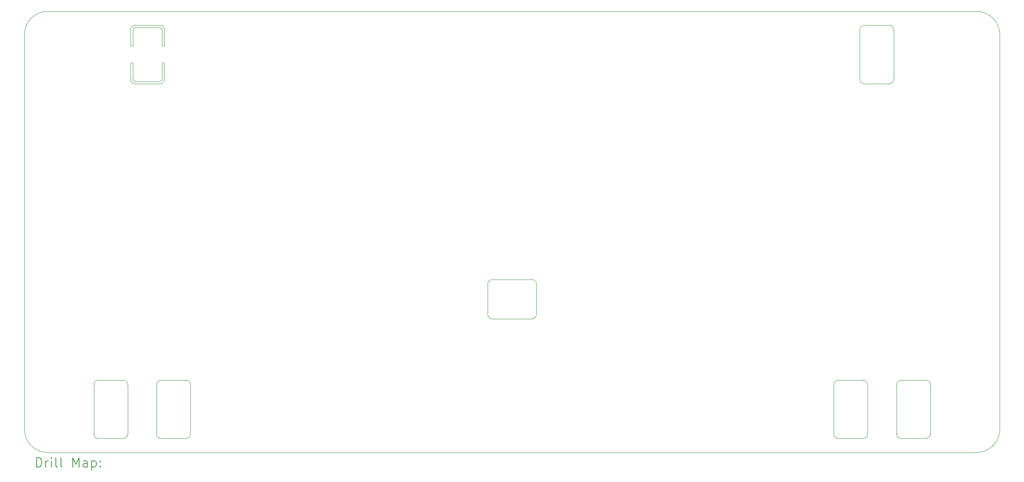
<source format=gbr>
%TF.GenerationSoftware,KiCad,Pcbnew,8.0.5*%
%TF.CreationDate,2024-11-13T13:26:43+03:00*%
%TF.ProjectId,Bottom,426f7474-6f6d-42e6-9b69-6361645f7063,rev?*%
%TF.SameCoordinates,Original*%
%TF.FileFunction,Drillmap*%
%TF.FilePolarity,Positive*%
%FSLAX45Y45*%
G04 Gerber Fmt 4.5, Leading zero omitted, Abs format (unit mm)*
G04 Created by KiCad (PCBNEW 8.0.5) date 2024-11-13 13:26:43*
%MOMM*%
%LPD*%
G01*
G04 APERTURE LIST*
%ADD10C,0.010000*%
%ADD11C,0.200000*%
G04 APERTURE END LIST*
D10*
X14425110Y-12375360D02*
X15275110Y-12375360D01*
X22505110Y-14850360D02*
G75*
G02*
X22405110Y-14950360I-100000J0D01*
G01*
X22965110Y-6050360D02*
X22435110Y-6050360D01*
X7265110Y-6050360D02*
X6735110Y-6050360D01*
X5945110Y-14950360D02*
X6475110Y-14950360D01*
X7925110Y-14850360D02*
G75*
G02*
X7825110Y-14950360I-100000J0D01*
G01*
X6575110Y-14850360D02*
X6575110Y-13790360D01*
X4850110Y-15250360D02*
G75*
G02*
X4350110Y-14750360I0J500000D01*
G01*
X7265110Y-7310360D02*
X6735110Y-7310360D01*
X23225110Y-14950360D02*
G75*
G02*
X23125110Y-14850360I0J100000D01*
G01*
X24850110Y-5750360D02*
X4850110Y-5750360D01*
X7195110Y-13790360D02*
G75*
G02*
X7295110Y-13690360I100000J0D01*
G01*
X6685110Y-6880360D02*
X6685110Y-7210360D01*
X7925110Y-14850360D02*
X7925110Y-13790360D01*
X6685110Y-6480360D02*
G75*
G02*
X6635110Y-6480360I-25000J0D01*
G01*
X23125110Y-13790360D02*
G75*
G02*
X23225110Y-13690360I100000J0D01*
G01*
X25350110Y-14750360D02*
X25350110Y-6250360D01*
X14325110Y-11625360D02*
X14325110Y-12275360D01*
X7265110Y-6050360D02*
G75*
G02*
X7365110Y-6150360I0J-100000D01*
G01*
X6475110Y-13690360D02*
X5945110Y-13690360D01*
X5845110Y-13790360D02*
G75*
G02*
X5945110Y-13690360I100000J0D01*
G01*
X24850110Y-5750360D02*
G75*
G02*
X25350110Y-6250360I0J-500000D01*
G01*
X23065110Y-7210360D02*
X23065110Y-6150360D01*
X7195110Y-13790360D02*
X7195110Y-14850360D01*
X15375110Y-12275360D02*
G75*
G02*
X15275110Y-12375360I-100000J0D01*
G01*
X21875110Y-14950360D02*
G75*
G02*
X21775110Y-14850360I0J100000D01*
G01*
X7315110Y-7210360D02*
G75*
G02*
X7265110Y-7260360I-50000J0D01*
G01*
X15275110Y-11525360D02*
G75*
G02*
X15375110Y-11625360I0J-100000D01*
G01*
X21775110Y-13790360D02*
G75*
G02*
X21875110Y-13690360I100000J0D01*
G01*
X7315110Y-6150360D02*
X7315110Y-6480360D01*
X6735110Y-6100360D02*
X7265110Y-6100360D01*
X14425110Y-12375360D02*
G75*
G02*
X14325110Y-12275360I0J100000D01*
G01*
X23065110Y-7210360D02*
G75*
G02*
X22965110Y-7310360I-100000J0D01*
G01*
X7315110Y-7210360D02*
X7315110Y-6880360D01*
X6685110Y-6150360D02*
G75*
G02*
X6735110Y-6100360I50000J0D01*
G01*
X7265110Y-6100360D02*
G75*
G02*
X7315110Y-6150360I0J-50000D01*
G01*
X6475110Y-13690360D02*
G75*
G02*
X6575110Y-13790360I0J-100000D01*
G01*
X6635110Y-6150360D02*
G75*
G02*
X6735110Y-6050360I100000J0D01*
G01*
X7295110Y-14950360D02*
G75*
G02*
X7195110Y-14850360I0J100000D01*
G01*
X22335110Y-6150360D02*
X22335110Y-7210360D01*
X7825110Y-13690360D02*
X7295110Y-13690360D01*
X23755110Y-14950360D02*
X23225110Y-14950360D01*
X5845110Y-13790360D02*
X5845110Y-14850360D01*
X23125110Y-14850360D02*
X23125110Y-13790360D01*
X21875110Y-13690360D02*
X22405110Y-13690360D01*
X6735110Y-7260360D02*
X7265110Y-7260360D01*
X6635110Y-7210360D02*
X6635110Y-6880360D01*
X5945110Y-14950360D02*
G75*
G02*
X5845110Y-14850360I0J100000D01*
G01*
X22405110Y-14950360D02*
X21875110Y-14950360D01*
X7825110Y-13690360D02*
G75*
G02*
X7925110Y-13790360I0J-100000D01*
G01*
X22405110Y-13690360D02*
G75*
G02*
X22505110Y-13790360I0J-100000D01*
G01*
X7365110Y-7210360D02*
G75*
G02*
X7265110Y-7310360I-100000J0D01*
G01*
X6735110Y-7260360D02*
G75*
G02*
X6685110Y-7210360I0J50000D01*
G01*
X7365110Y-6880360D02*
X7365110Y-7210360D01*
X15375110Y-12275360D02*
X15375110Y-11625360D01*
X4350110Y-6250360D02*
G75*
G02*
X4850110Y-5750360I500000J0D01*
G01*
X7365110Y-6480360D02*
X7365110Y-6150360D01*
X23855110Y-13790360D02*
X23855110Y-14850360D01*
X6635110Y-6880360D02*
G75*
G02*
X6685110Y-6880360I25000J0D01*
G01*
X25350110Y-14750360D02*
G75*
G02*
X24850110Y-15250360I-500000J0D01*
G01*
X4850110Y-15250360D02*
X24850110Y-15250360D01*
X7295110Y-14950360D02*
X7825110Y-14950360D01*
X14325110Y-11625360D02*
G75*
G02*
X14425110Y-11525360I100000J0D01*
G01*
X15275110Y-11525360D02*
X14425110Y-11525360D01*
X6635110Y-6150360D02*
X6635110Y-6480360D01*
X23225110Y-13690360D02*
X23755110Y-13690360D01*
X22505110Y-13790360D02*
X22505110Y-14850360D01*
X23855110Y-14850360D02*
G75*
G02*
X23755110Y-14950360I-100000J0D01*
G01*
X6685110Y-6480360D02*
X6685110Y-6150360D01*
X21775110Y-14850360D02*
X21775110Y-13790360D01*
X22335110Y-6150360D02*
G75*
G02*
X22435110Y-6050360I100000J0D01*
G01*
X23755110Y-13690360D02*
G75*
G02*
X23855110Y-13790360I0J-100000D01*
G01*
X22965110Y-6050360D02*
G75*
G02*
X23065110Y-6150360I0J-100000D01*
G01*
X22435110Y-7310360D02*
G75*
G02*
X22335110Y-7210360I0J100000D01*
G01*
X7365110Y-6480360D02*
G75*
G02*
X7315110Y-6480360I-25000J0D01*
G01*
X6575110Y-14850360D02*
G75*
G02*
X6475110Y-14950360I-100000J0D01*
G01*
X6735110Y-7310360D02*
G75*
G02*
X6635110Y-7210360I0J100000D01*
G01*
X22435110Y-7310360D02*
X22965110Y-7310360D01*
X7315110Y-6880360D02*
G75*
G02*
X7365110Y-6880360I25000J0D01*
G01*
X4350110Y-6250360D02*
X4350110Y-14750360D01*
D11*
X4610387Y-15562344D02*
X4610387Y-15362344D01*
X4610387Y-15362344D02*
X4658006Y-15362344D01*
X4658006Y-15362344D02*
X4686577Y-15371868D01*
X4686577Y-15371868D02*
X4705625Y-15390915D01*
X4705625Y-15390915D02*
X4715149Y-15409963D01*
X4715149Y-15409963D02*
X4724673Y-15448058D01*
X4724673Y-15448058D02*
X4724673Y-15476629D01*
X4724673Y-15476629D02*
X4715149Y-15514725D01*
X4715149Y-15514725D02*
X4705625Y-15533772D01*
X4705625Y-15533772D02*
X4686577Y-15552820D01*
X4686577Y-15552820D02*
X4658006Y-15562344D01*
X4658006Y-15562344D02*
X4610387Y-15562344D01*
X4810387Y-15562344D02*
X4810387Y-15429010D01*
X4810387Y-15467106D02*
X4819911Y-15448058D01*
X4819911Y-15448058D02*
X4829434Y-15438534D01*
X4829434Y-15438534D02*
X4848482Y-15429010D01*
X4848482Y-15429010D02*
X4867530Y-15429010D01*
X4934196Y-15562344D02*
X4934196Y-15429010D01*
X4934196Y-15362344D02*
X4924673Y-15371868D01*
X4924673Y-15371868D02*
X4934196Y-15381391D01*
X4934196Y-15381391D02*
X4943720Y-15371868D01*
X4943720Y-15371868D02*
X4934196Y-15362344D01*
X4934196Y-15362344D02*
X4934196Y-15381391D01*
X5058006Y-15562344D02*
X5038958Y-15552820D01*
X5038958Y-15552820D02*
X5029434Y-15533772D01*
X5029434Y-15533772D02*
X5029434Y-15362344D01*
X5162768Y-15562344D02*
X5143720Y-15552820D01*
X5143720Y-15552820D02*
X5134196Y-15533772D01*
X5134196Y-15533772D02*
X5134196Y-15362344D01*
X5391339Y-15562344D02*
X5391339Y-15362344D01*
X5391339Y-15362344D02*
X5458006Y-15505201D01*
X5458006Y-15505201D02*
X5524673Y-15362344D01*
X5524673Y-15362344D02*
X5524673Y-15562344D01*
X5705625Y-15562344D02*
X5705625Y-15457582D01*
X5705625Y-15457582D02*
X5696101Y-15438534D01*
X5696101Y-15438534D02*
X5677053Y-15429010D01*
X5677053Y-15429010D02*
X5638958Y-15429010D01*
X5638958Y-15429010D02*
X5619911Y-15438534D01*
X5705625Y-15552820D02*
X5686577Y-15562344D01*
X5686577Y-15562344D02*
X5638958Y-15562344D01*
X5638958Y-15562344D02*
X5619911Y-15552820D01*
X5619911Y-15552820D02*
X5610387Y-15533772D01*
X5610387Y-15533772D02*
X5610387Y-15514725D01*
X5610387Y-15514725D02*
X5619911Y-15495677D01*
X5619911Y-15495677D02*
X5638958Y-15486153D01*
X5638958Y-15486153D02*
X5686577Y-15486153D01*
X5686577Y-15486153D02*
X5705625Y-15476629D01*
X5800863Y-15429010D02*
X5800863Y-15629010D01*
X5800863Y-15438534D02*
X5819911Y-15429010D01*
X5819911Y-15429010D02*
X5858006Y-15429010D01*
X5858006Y-15429010D02*
X5877053Y-15438534D01*
X5877053Y-15438534D02*
X5886577Y-15448058D01*
X5886577Y-15448058D02*
X5896101Y-15467106D01*
X5896101Y-15467106D02*
X5896101Y-15524248D01*
X5896101Y-15524248D02*
X5886577Y-15543296D01*
X5886577Y-15543296D02*
X5877053Y-15552820D01*
X5877053Y-15552820D02*
X5858006Y-15562344D01*
X5858006Y-15562344D02*
X5819911Y-15562344D01*
X5819911Y-15562344D02*
X5800863Y-15552820D01*
X5981815Y-15543296D02*
X5991339Y-15552820D01*
X5991339Y-15552820D02*
X5981815Y-15562344D01*
X5981815Y-15562344D02*
X5972292Y-15552820D01*
X5972292Y-15552820D02*
X5981815Y-15543296D01*
X5981815Y-15543296D02*
X5981815Y-15562344D01*
X5981815Y-15438534D02*
X5991339Y-15448058D01*
X5991339Y-15448058D02*
X5981815Y-15457582D01*
X5981815Y-15457582D02*
X5972292Y-15448058D01*
X5972292Y-15448058D02*
X5981815Y-15438534D01*
X5981815Y-15438534D02*
X5981815Y-15457582D01*
M02*

</source>
